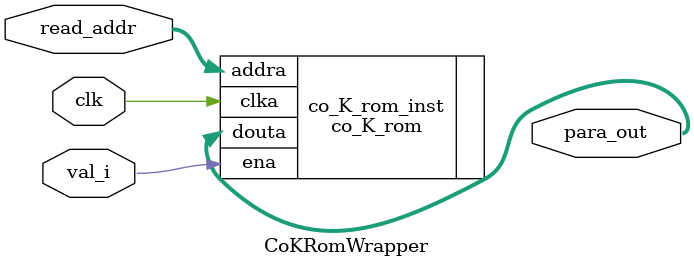
<source format=v>
`timescale 1ns / 1ps


module CoKRomWrapper(
    input       clk,
    input       val_i,
    input [9:0] read_addr,
    output [19:0] para_out
    );
    
    co_K_rom co_K_rom_inst (
      .clka(clk),    // input wire clka
      .ena(val_i),
      .addra(read_addr),  // input wire [9 : 0] addra
      .douta(para_out)  // output wire [35 : 0] douta
    );
endmodule

</source>
